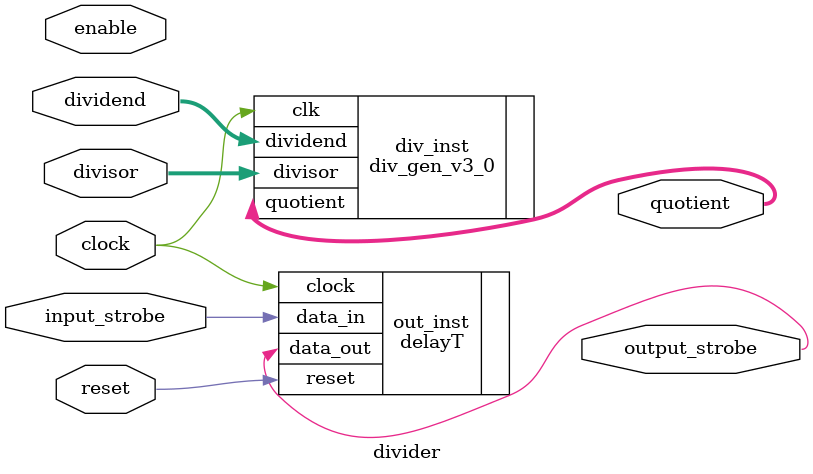
<source format=v>
/*
* DELAY: 36 cycles
*/
module divider (
    input clock,
    input reset,
    input enable,

    input signed [31:0] dividend,
    input signed [23:0] divisor,
    input input_strobe,

    output signed [31:0] quotient,
    output output_strobe
);

div_gen_v3_0 div_inst (
    .clk(clock),
    .dividend(dividend),
    .divisor(divisor),
    .quotient(quotient)
);

delayT #(.DATA_WIDTH(1), .DELAY(36)) out_inst (
    .clock(clock),
    .reset(reset),
    .data_in(input_strobe),
    .data_out(output_strobe)
);

endmodule

</source>
